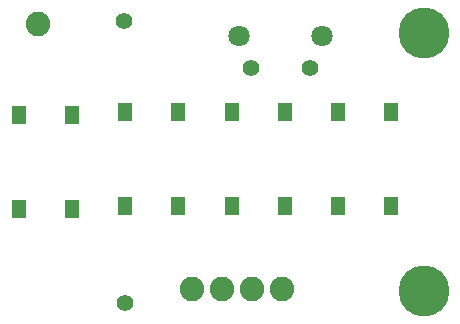
<source format=gbr>
G04 #@! TF.FileFunction,Soldermask,Top*
%FSLAX46Y46*%
G04 Gerber Fmt 4.6, Leading zero omitted, Abs format (unit mm)*
G04 Created by KiCad (PCBNEW 4.0.7-e2-6376~61~ubuntu18.04.1) date Tue Jul 31 19:09:39 2018*
%MOMM*%
%LPD*%
G01*
G04 APERTURE LIST*
%ADD10C,0.100000*%
%ADD11R,1.300000X1.600000*%
%ADD12C,1.397000*%
%ADD13C,4.318000*%
%ADD14C,2.082800*%
%ADD15C,1.408000*%
%ADD16C,1.800000*%
G04 APERTURE END LIST*
D10*
D11*
X101440000Y-72025000D03*
X101440000Y-79975000D03*
X96940000Y-72025000D03*
X96940000Y-79975000D03*
D12*
X87833200Y-64262000D03*
D13*
X113233200Y-65278000D03*
D14*
X93599000Y-86995000D03*
X96139000Y-86995000D03*
X98679000Y-86995000D03*
X101219000Y-86995000D03*
X80518000Y-64516000D03*
D13*
X113233200Y-87122000D03*
D12*
X87884000Y-88138000D03*
D15*
X98592000Y-68232000D03*
X103592000Y-68232000D03*
D16*
X97592000Y-65532000D03*
X104592000Y-65532000D03*
D11*
X83406000Y-72228000D03*
X83406000Y-80178000D03*
X78906000Y-72228000D03*
X78906000Y-80178000D03*
X92423000Y-72025000D03*
X92423000Y-79975000D03*
X87923000Y-72025000D03*
X87923000Y-79975000D03*
X110457000Y-72025000D03*
X110457000Y-79975000D03*
X105957000Y-72025000D03*
X105957000Y-79975000D03*
M02*

</source>
